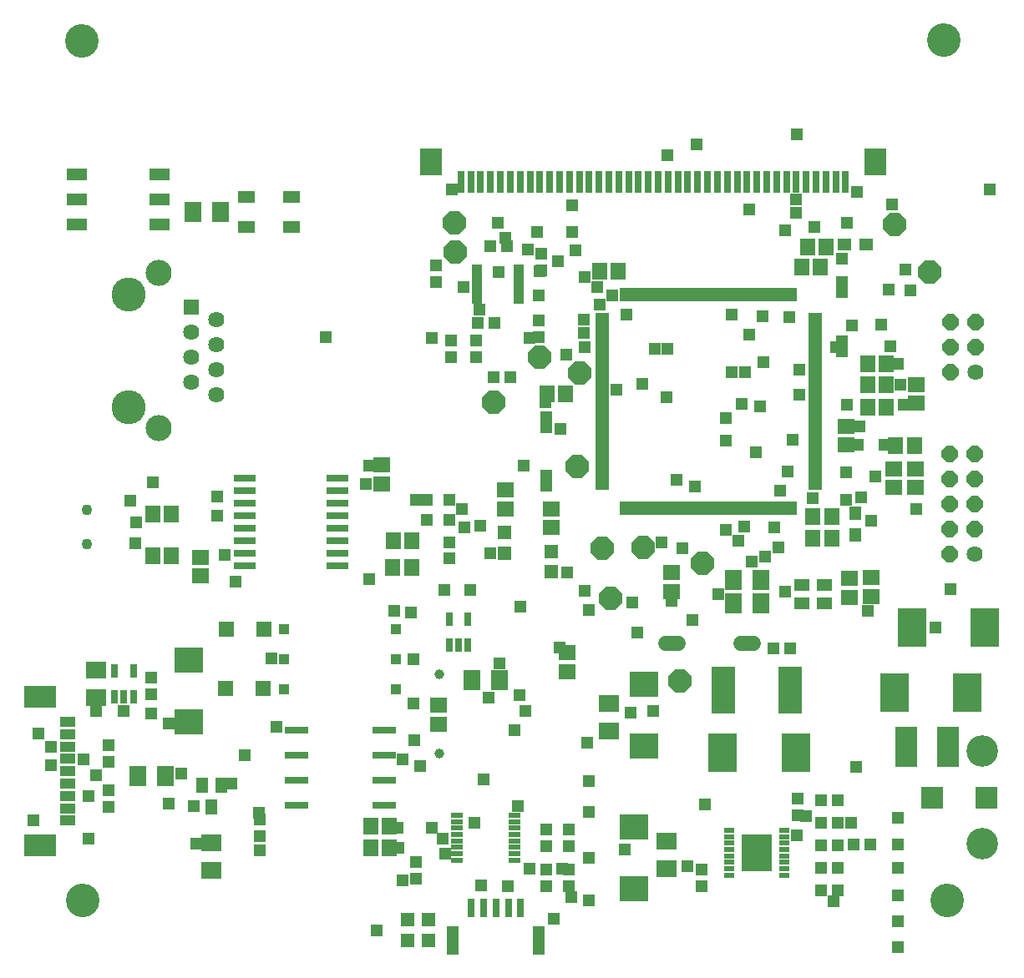
<source format=gts>
G75*
%MOIN*%
%OFA0B0*%
%FSLAX25Y25*%
%IPPOS*%
%LPD*%
%AMOC8*
5,1,8,0,0,1.08239X$1,22.5*
%
%ADD10R,0.06706X0.05918*%
%ADD11R,0.11824X0.10249*%
%ADD12R,0.04737X0.05131*%
%ADD13R,0.07099X0.07887*%
%ADD14R,0.07887X0.07099*%
%ADD15R,0.05131X0.04737*%
%ADD16C,0.06400*%
%ADD17OC8,0.06400*%
%ADD18R,0.06312X0.06312*%
%ADD19C,0.06000*%
%ADD20R,0.11824X0.15761*%
%ADD21R,0.08674X0.16154*%
%ADD22C,0.13398*%
%ADD23R,0.09461X0.03162*%
%ADD24R,0.12375X0.14894*%
%ADD25R,0.04331X0.01969*%
%ADD26R,0.04700X0.02000*%
%ADD27R,0.06400X0.06400*%
%ADD28C,0.10400*%
%ADD29C,0.13600*%
%ADD30R,0.09658X0.18517*%
%ADD31R,0.06706X0.04737*%
%ADD32R,0.08300X0.04800*%
%ADD33R,0.02965X0.05524*%
%ADD34R,0.04343X0.04343*%
%ADD35R,0.04737X0.06312*%
%ADD36R,0.04300X0.02001*%
%ADD37R,0.05918X0.03950*%
%ADD38R,0.12611X0.09068*%
%ADD39R,0.03162X0.07493*%
%ADD40R,0.04737X0.11430*%
%ADD41R,0.09068X0.09068*%
%ADD42C,0.12611*%
%ADD43R,0.05918X0.04934*%
%ADD44R,0.01981X0.05524*%
%ADD45R,0.05524X0.01981*%
%ADD46R,0.05524X0.05524*%
%ADD47R,0.05918X0.06706*%
%ADD48R,0.05524X0.04737*%
%ADD49R,0.04737X0.05524*%
%ADD50R,0.04737X0.08674*%
%ADD51R,0.04737X0.04737*%
%ADD52R,0.08600X0.03000*%
%ADD53C,0.04343*%
%ADD54R,0.03162X0.08674*%
%ADD55R,0.08674X0.10643*%
%ADD56C,0.03950*%
%ADD57OC8,0.09300*%
%ADD58R,0.04762X0.04762*%
D10*
X0073800Y0157510D03*
X0073800Y0164990D03*
X0146300Y0194260D03*
X0146300Y0201740D03*
X0195550Y0191740D03*
X0195550Y0184260D03*
X0213800Y0184240D03*
X0213800Y0176760D03*
X0261800Y0158740D03*
X0261800Y0151260D03*
X0220300Y0126740D03*
X0220300Y0119260D03*
X0168800Y0105740D03*
X0168800Y0098260D03*
X0332800Y0149010D03*
X0332800Y0156490D03*
X0341550Y0156740D03*
X0341550Y0149260D03*
X0350550Y0192760D03*
X0350550Y0200240D03*
X0359050Y0200240D03*
X0359050Y0192760D03*
X0331550Y0209760D03*
X0331550Y0217240D03*
X0359550Y0226510D03*
X0359550Y0233990D03*
D11*
X0250800Y0114402D03*
X0250800Y0089598D03*
X0246800Y0057402D03*
X0246800Y0032598D03*
X0069300Y0099098D03*
X0069300Y0123902D03*
D12*
X0054300Y0116846D03*
X0054300Y0110154D03*
X0097550Y0060096D03*
X0097550Y0053404D03*
X0159800Y0043346D03*
X0159800Y0036654D03*
X0211800Y0033654D03*
X0211800Y0040346D03*
X0220800Y0040346D03*
X0220800Y0033654D03*
X0220800Y0049654D03*
X0220800Y0056346D03*
X0211800Y0056346D03*
X0211800Y0049654D03*
X0273800Y0040346D03*
X0273800Y0033654D03*
X0312300Y0061904D03*
X0312300Y0068596D03*
X0321454Y0068000D03*
X0328146Y0068000D03*
X0328146Y0059000D03*
X0321454Y0059000D03*
X0334454Y0050250D03*
X0341146Y0050250D03*
X0197646Y0236750D03*
X0190954Y0236750D03*
X0208800Y0252904D03*
X0208800Y0259596D03*
X0191146Y0258500D03*
X0184454Y0258500D03*
X0189454Y0289250D03*
X0196146Y0289250D03*
X0209800Y0286096D03*
X0209800Y0279404D03*
D13*
X0286538Y0155750D03*
X0297562Y0155750D03*
X0297562Y0146500D03*
X0286538Y0146500D03*
X0193312Y0116000D03*
X0182288Y0116000D03*
X0059812Y0077500D03*
X0048788Y0077500D03*
X0070788Y0303000D03*
X0081812Y0303000D03*
D14*
X0032300Y0120012D03*
X0032300Y0108988D03*
X0078300Y0051012D03*
X0078300Y0039988D03*
X0236800Y0095488D03*
X0236800Y0106512D03*
X0259800Y0051512D03*
X0259800Y0040488D03*
D15*
X0321454Y0041000D03*
X0328146Y0041000D03*
X0328146Y0032000D03*
X0321454Y0032000D03*
X0321454Y0050000D03*
X0328146Y0050000D03*
X0309146Y0128500D03*
X0302454Y0128500D03*
X0183800Y0244904D03*
X0183800Y0251596D03*
X0173800Y0251596D03*
X0173800Y0244904D03*
X0167800Y0274904D03*
X0167800Y0281596D03*
X0037300Y0089846D03*
X0037300Y0083154D03*
X0037300Y0071846D03*
X0037300Y0065154D03*
D16*
X0080050Y0230000D03*
X0070050Y0235000D03*
X0070050Y0245000D03*
X0080050Y0240000D03*
X0080050Y0250000D03*
X0070050Y0255000D03*
X0080050Y0260000D03*
X0383050Y0239000D03*
X0382800Y0166250D03*
D17*
X0372800Y0166250D03*
X0372800Y0176250D03*
X0372800Y0186250D03*
X0382800Y0186250D03*
X0382800Y0176250D03*
X0382800Y0196250D03*
X0382800Y0206250D03*
X0372800Y0206250D03*
X0372800Y0196250D03*
X0373050Y0239000D03*
X0373050Y0249000D03*
X0383050Y0249000D03*
X0383050Y0259000D03*
X0373050Y0259000D03*
D18*
X0099030Y0136250D03*
X0084070Y0136250D03*
X0083820Y0112500D03*
X0098780Y0112500D03*
D19*
X0259450Y0130500D02*
X0264650Y0130500D01*
X0289450Y0130500D02*
X0294650Y0130500D01*
D20*
X0282233Y0087000D03*
X0311367Y0087000D03*
X0350733Y0111000D03*
X0357733Y0136750D03*
X0386867Y0136750D03*
X0379867Y0111000D03*
D21*
X0372282Y0089132D03*
X0355550Y0089132D03*
D22*
X0026800Y0028000D03*
X0026550Y0371250D03*
X0370550Y0371500D03*
X0371800Y0028000D03*
D23*
X0147300Y0066000D03*
X0147300Y0076000D03*
X0147300Y0086000D03*
X0147300Y0096000D03*
X0112300Y0096000D03*
X0112300Y0086000D03*
X0112300Y0076000D03*
X0112300Y0066000D03*
D24*
X0295800Y0047000D03*
D25*
X0284875Y0045720D03*
X0284875Y0043161D03*
X0284875Y0040602D03*
X0284875Y0038043D03*
X0284875Y0048280D03*
X0284875Y0050839D03*
X0284875Y0053398D03*
X0284875Y0055957D03*
X0306725Y0055957D03*
X0306725Y0053398D03*
X0306725Y0050839D03*
X0306725Y0048280D03*
X0306725Y0045720D03*
X0306725Y0043161D03*
X0306725Y0040602D03*
X0306725Y0038043D03*
D26*
X0199287Y0044043D03*
X0199287Y0046602D03*
X0199287Y0049161D03*
X0199287Y0051720D03*
X0199287Y0054280D03*
X0199287Y0056839D03*
X0199287Y0059398D03*
X0199287Y0061957D03*
X0176313Y0061957D03*
X0176313Y0059398D03*
X0176313Y0056839D03*
X0176313Y0054280D03*
X0176313Y0051720D03*
X0176313Y0049161D03*
X0176313Y0046602D03*
X0176313Y0044043D03*
D27*
X0070050Y0265000D03*
D28*
X0057050Y0278500D03*
X0057050Y0216500D03*
D29*
X0045050Y0225000D03*
X0045050Y0270000D03*
D30*
X0282481Y0112000D03*
X0309119Y0112000D03*
D31*
X0110300Y0296750D03*
X0110300Y0308750D03*
X0092300Y0308750D03*
X0092300Y0296750D03*
D32*
X0057550Y0298000D03*
X0057550Y0308000D03*
X0057550Y0318000D03*
X0024550Y0318000D03*
X0024550Y0308000D03*
X0024550Y0298000D03*
D33*
X0173060Y0140118D03*
X0180540Y0140118D03*
X0180540Y0129882D03*
X0176800Y0129882D03*
X0173060Y0129882D03*
X0047040Y0119618D03*
X0039560Y0119618D03*
X0039560Y0109382D03*
X0043300Y0109382D03*
X0047040Y0109382D03*
D34*
X0107267Y0112400D03*
X0107267Y0124250D03*
X0107306Y0136179D03*
X0151794Y0136179D03*
X0151755Y0124250D03*
X0151755Y0112321D03*
D35*
X0082040Y0073831D03*
X0074560Y0073831D03*
X0078300Y0065169D03*
D36*
X0184265Y0267250D03*
X0184265Y0269219D03*
X0184265Y0271187D03*
X0184265Y0273156D03*
X0184265Y0275124D03*
X0184265Y0277093D03*
X0184265Y0279061D03*
X0184265Y0281030D03*
X0200800Y0281030D03*
X0200800Y0279061D03*
X0200800Y0277093D03*
X0200800Y0275124D03*
X0200800Y0273156D03*
X0200800Y0271187D03*
X0200800Y0269219D03*
X0200800Y0267250D03*
D37*
X0020721Y0099185D03*
X0020721Y0094264D03*
X0020721Y0089343D03*
X0020721Y0084421D03*
X0020721Y0079500D03*
X0020721Y0074579D03*
X0020721Y0069657D03*
X0020721Y0064736D03*
X0020721Y0059815D03*
D38*
X0009894Y0049776D03*
X0009894Y0109224D03*
D39*
X0181957Y0024913D03*
X0186879Y0024913D03*
X0191800Y0024913D03*
X0196721Y0024913D03*
X0201643Y0024913D03*
D40*
X0208926Y0011921D03*
X0174674Y0011921D03*
D41*
X0365973Y0069000D03*
X0387627Y0069000D03*
D42*
X0385816Y0050496D03*
X0385816Y0087504D03*
D43*
X0322828Y0146608D03*
X0322828Y0153892D03*
X0313772Y0153892D03*
X0313772Y0146608D03*
D44*
X0310999Y0184730D03*
X0309030Y0184730D03*
X0307062Y0184730D03*
X0305093Y0184730D03*
X0303125Y0184730D03*
X0301156Y0184730D03*
X0299188Y0184730D03*
X0297219Y0184730D03*
X0295251Y0184730D03*
X0293282Y0184730D03*
X0291314Y0184730D03*
X0289345Y0184730D03*
X0287377Y0184730D03*
X0285408Y0184730D03*
X0283440Y0184730D03*
X0281471Y0184730D03*
X0279503Y0184730D03*
X0277534Y0184730D03*
X0275566Y0184730D03*
X0273597Y0184730D03*
X0271629Y0184730D03*
X0269660Y0184730D03*
X0267692Y0184730D03*
X0265723Y0184730D03*
X0263755Y0184730D03*
X0261786Y0184730D03*
X0259818Y0184730D03*
X0257849Y0184730D03*
X0255881Y0184730D03*
X0253912Y0184730D03*
X0251944Y0184730D03*
X0249975Y0184730D03*
X0248007Y0184730D03*
X0246038Y0184730D03*
X0244070Y0184730D03*
X0242101Y0184730D03*
X0242101Y0269770D03*
X0244070Y0269770D03*
X0246038Y0269770D03*
X0248007Y0269770D03*
X0249975Y0269770D03*
X0251944Y0269770D03*
X0253912Y0269770D03*
X0255881Y0269770D03*
X0257849Y0269770D03*
X0259818Y0269770D03*
X0261786Y0269770D03*
X0263755Y0269770D03*
X0265723Y0269770D03*
X0267692Y0269770D03*
X0269660Y0269770D03*
X0271629Y0269770D03*
X0273597Y0269770D03*
X0275566Y0269770D03*
X0277534Y0269770D03*
X0279503Y0269770D03*
X0281471Y0269770D03*
X0283440Y0269770D03*
X0285408Y0269770D03*
X0287377Y0269770D03*
X0289345Y0269770D03*
X0291314Y0269770D03*
X0293282Y0269770D03*
X0295251Y0269770D03*
X0297219Y0269770D03*
X0299188Y0269770D03*
X0301156Y0269770D03*
X0303125Y0269770D03*
X0305093Y0269770D03*
X0307062Y0269770D03*
X0309030Y0269770D03*
X0310999Y0269770D03*
D45*
X0319070Y0261699D03*
X0319070Y0259730D03*
X0319070Y0257762D03*
X0319070Y0255793D03*
X0319070Y0253825D03*
X0319070Y0251856D03*
X0319070Y0249888D03*
X0319070Y0247919D03*
X0319070Y0245951D03*
X0319070Y0243982D03*
X0319070Y0242014D03*
X0319070Y0240045D03*
X0319070Y0238077D03*
X0319070Y0236108D03*
X0319070Y0234140D03*
X0319070Y0232171D03*
X0319070Y0230203D03*
X0319070Y0228234D03*
X0319070Y0226266D03*
X0319070Y0224297D03*
X0319070Y0222329D03*
X0319070Y0220360D03*
X0319070Y0218392D03*
X0319070Y0216423D03*
X0319070Y0214455D03*
X0319070Y0212486D03*
X0319070Y0210518D03*
X0319070Y0208549D03*
X0319070Y0206581D03*
X0319070Y0204612D03*
X0319070Y0202644D03*
X0319070Y0200675D03*
X0319070Y0198707D03*
X0319070Y0196738D03*
X0319070Y0194770D03*
X0319070Y0192801D03*
X0234030Y0192801D03*
X0234030Y0194770D03*
X0234030Y0196738D03*
X0234030Y0198707D03*
X0234030Y0200675D03*
X0234030Y0202644D03*
X0234030Y0204612D03*
X0234030Y0206581D03*
X0234030Y0208549D03*
X0234030Y0210518D03*
X0234030Y0212486D03*
X0234030Y0214455D03*
X0234030Y0216423D03*
X0234030Y0218392D03*
X0234030Y0220360D03*
X0234030Y0222329D03*
X0234030Y0224297D03*
X0234030Y0226266D03*
X0234030Y0228234D03*
X0234030Y0230203D03*
X0234030Y0232171D03*
X0234030Y0234140D03*
X0234030Y0236108D03*
X0234030Y0238077D03*
X0234030Y0240045D03*
X0234030Y0242014D03*
X0234030Y0243982D03*
X0234030Y0245951D03*
X0234030Y0247919D03*
X0234030Y0249888D03*
X0234030Y0251856D03*
X0234030Y0253825D03*
X0234030Y0255793D03*
X0234030Y0257762D03*
X0234030Y0259730D03*
X0234030Y0261699D03*
D46*
X0195300Y0174884D03*
X0195300Y0166616D03*
X0213800Y0167384D03*
X0213800Y0159116D03*
X0164800Y0020134D03*
X0156550Y0020134D03*
X0156550Y0011866D03*
X0164800Y0011866D03*
D47*
X0149290Y0049000D03*
X0141810Y0049000D03*
X0141810Y0057500D03*
X0149290Y0057500D03*
X0150560Y0161000D03*
X0158040Y0161000D03*
X0158290Y0171500D03*
X0150810Y0171500D03*
X0212060Y0230250D03*
X0219540Y0230250D03*
X0233060Y0279250D03*
X0240540Y0279250D03*
X0313810Y0280750D03*
X0321290Y0280750D03*
X0323540Y0288750D03*
X0316060Y0288750D03*
X0340060Y0242250D03*
X0347540Y0242250D03*
X0347540Y0233750D03*
X0340060Y0233750D03*
X0340060Y0225000D03*
X0347540Y0225000D03*
X0351310Y0209500D03*
X0358790Y0209500D03*
X0325790Y0181250D03*
X0318310Y0181250D03*
X0318310Y0172500D03*
X0325790Y0172500D03*
X0062290Y0165500D03*
X0054810Y0165500D03*
X0054810Y0182250D03*
X0062290Y0182250D03*
D48*
X0330969Y0290000D03*
X0339631Y0290000D03*
D49*
X0335300Y0182581D03*
X0335300Y0173919D03*
D50*
X0329800Y0249189D03*
X0329800Y0272811D03*
X0211800Y0219061D03*
X0211800Y0195439D03*
D51*
X0173050Y0187937D03*
X0173050Y0180063D03*
X0164300Y0180063D03*
X0164300Y0187937D03*
D52*
X0128550Y0186500D03*
X0128550Y0181500D03*
X0128550Y0176500D03*
X0128550Y0171500D03*
X0128550Y0166500D03*
X0128550Y0161500D03*
X0128550Y0191500D03*
X0128550Y0196500D03*
X0091550Y0196500D03*
X0091550Y0191500D03*
X0091550Y0186500D03*
X0091550Y0181500D03*
X0091550Y0176500D03*
X0091550Y0171500D03*
X0091550Y0166500D03*
X0091550Y0161500D03*
D53*
X0028550Y0170110D03*
X0028550Y0183890D03*
D54*
X0177800Y0315000D03*
X0181737Y0315000D03*
X0185674Y0315000D03*
X0189611Y0315000D03*
X0193548Y0315000D03*
X0197485Y0315000D03*
X0201422Y0315000D03*
X0205359Y0315000D03*
X0209296Y0315000D03*
X0213233Y0315000D03*
X0217170Y0315000D03*
X0221107Y0315000D03*
X0225044Y0315000D03*
X0228981Y0315000D03*
X0232918Y0315000D03*
X0236855Y0315000D03*
X0240792Y0315000D03*
X0244729Y0315000D03*
X0248666Y0315000D03*
X0252603Y0315000D03*
X0256540Y0315000D03*
X0260477Y0315000D03*
X0264414Y0315000D03*
X0268351Y0315000D03*
X0272288Y0315000D03*
X0276225Y0315000D03*
X0280162Y0315000D03*
X0284099Y0315000D03*
X0288036Y0315000D03*
X0291973Y0315000D03*
X0295910Y0315000D03*
X0299847Y0315000D03*
X0303784Y0315000D03*
X0307721Y0315000D03*
X0311658Y0315000D03*
X0315595Y0315000D03*
X0319532Y0315000D03*
X0323469Y0315000D03*
X0327406Y0315000D03*
X0331343Y0315000D03*
D55*
X0343154Y0322874D03*
X0165989Y0322874D03*
D56*
X0169068Y0118073D03*
X0169068Y0086577D03*
D57*
X0237550Y0148500D03*
X0234300Y0168500D03*
X0250550Y0168750D03*
X0274050Y0162500D03*
X0265300Y0115500D03*
X0224050Y0201250D03*
X0190800Y0227000D03*
X0209300Y0244750D03*
X0225050Y0238500D03*
X0175550Y0287000D03*
X0175300Y0298500D03*
X0350800Y0298000D03*
X0364800Y0279000D03*
D58*
X0355300Y0279750D03*
X0357050Y0271500D03*
X0348550Y0272000D03*
X0345550Y0257750D03*
X0349300Y0249250D03*
X0352300Y0242250D03*
X0353050Y0233750D03*
X0354550Y0225750D03*
X0358800Y0209500D03*
X0346800Y0209750D03*
X0336050Y0209750D03*
X0336800Y0217240D03*
X0331800Y0225750D03*
X0312800Y0230000D03*
X0312800Y0239750D03*
X0298550Y0243000D03*
X0291300Y0238750D03*
X0285800Y0239000D03*
X0292800Y0253750D03*
X0298050Y0261250D03*
X0308800Y0260750D03*
X0327550Y0249000D03*
X0333800Y0257500D03*
X0329800Y0284250D03*
X0318800Y0297000D03*
X0311550Y0302500D03*
X0311550Y0307750D03*
X0307050Y0295500D03*
X0292800Y0304000D03*
X0271800Y0329750D03*
X0260300Y0325500D03*
X0222300Y0305500D03*
X0222050Y0295000D03*
X0223550Y0287500D03*
X0216550Y0283250D03*
X0209050Y0279250D03*
X0204550Y0287750D03*
X0208050Y0295000D03*
X0195550Y0292500D03*
X0192550Y0298500D03*
X0174050Y0311750D03*
X0192800Y0279000D03*
X0178800Y0272750D03*
X0185300Y0263750D03*
X0166300Y0252500D03*
X0205050Y0252500D03*
X0219800Y0245750D03*
X0227300Y0249000D03*
X0226800Y0254500D03*
X0226800Y0259750D03*
X0233050Y0265750D03*
X0238300Y0269500D03*
X0232300Y0273000D03*
X0227050Y0276750D03*
X0233050Y0279500D03*
X0243800Y0261750D03*
X0255050Y0248250D03*
X0260300Y0248250D03*
X0250050Y0234250D03*
X0259800Y0228750D03*
X0239800Y0232000D03*
X0217550Y0216250D03*
X0211550Y0226750D03*
X0202800Y0201500D03*
X0185550Y0177500D03*
X0179300Y0176750D03*
X0178300Y0184250D03*
X0173300Y0170750D03*
X0173050Y0164500D03*
X0171050Y0151750D03*
X0181550Y0151750D03*
X0189550Y0166500D03*
X0201550Y0145250D03*
X0217050Y0128750D03*
X0228800Y0143750D03*
X0227050Y0151500D03*
X0220050Y0159000D03*
X0246300Y0146750D03*
X0248300Y0135000D03*
X0261800Y0147500D03*
X0270050Y0140000D03*
X0280550Y0150250D03*
X0293800Y0163250D03*
X0299050Y0165250D03*
X0304550Y0169000D03*
X0302800Y0176750D03*
X0290800Y0177250D03*
X0288550Y0171500D03*
X0283550Y0175750D03*
X0266300Y0168500D03*
X0257800Y0170750D03*
X0271300Y0193250D03*
X0263800Y0196000D03*
X0283550Y0211500D03*
X0283550Y0220500D03*
X0289800Y0226250D03*
X0297050Y0225250D03*
X0310300Y0211750D03*
X0308300Y0199250D03*
X0305050Y0191500D03*
X0318300Y0188500D03*
X0331550Y0188000D03*
X0337550Y0189000D03*
X0343050Y0197250D03*
X0349550Y0193250D03*
X0359550Y0184250D03*
X0341550Y0179500D03*
X0331550Y0199000D03*
X0295550Y0207000D03*
X0285800Y0261750D03*
X0331800Y0298500D03*
X0335800Y0311000D03*
X0349800Y0305750D03*
X0311800Y0333750D03*
X0388800Y0311750D03*
X0373050Y0152250D03*
X0367050Y0137000D03*
X0340050Y0143500D03*
X0307050Y0151250D03*
X0254550Y0103500D03*
X0245550Y0102750D03*
X0228050Y0090750D03*
X0228800Y0075500D03*
X0228800Y0063250D03*
X0228800Y0045000D03*
X0218050Y0040500D03*
X0221800Y0029250D03*
X0228800Y0028000D03*
X0214800Y0020500D03*
X0205300Y0040500D03*
X0196550Y0033500D03*
X0185800Y0034000D03*
X0171550Y0046500D03*
X0170550Y0052500D03*
X0166050Y0056750D03*
X0152550Y0057000D03*
X0152800Y0049000D03*
X0154550Y0036000D03*
X0144300Y0015750D03*
X0097550Y0048000D03*
X0097050Y0063000D03*
X0086300Y0074500D03*
X0091550Y0085750D03*
X0104300Y0097250D03*
X0102050Y0124500D03*
X0087800Y0155250D03*
X0083550Y0165750D03*
X0080550Y0181500D03*
X0080550Y0189250D03*
X0054800Y0194750D03*
X0045800Y0187500D03*
X0048050Y0178750D03*
X0047800Y0170500D03*
X0043300Y0103500D03*
X0032300Y0103500D03*
X0027300Y0084250D03*
X0032300Y0077750D03*
X0029300Y0069500D03*
X0029300Y0052500D03*
X0007050Y0059750D03*
X0014050Y0081750D03*
X0014050Y0089250D03*
X0009050Y0094500D03*
X0054300Y0102500D03*
X0061300Y0098500D03*
X0066300Y0078500D03*
X0061300Y0066500D03*
X0071300Y0065500D03*
X0072300Y0050500D03*
X0154550Y0084250D03*
X0161550Y0081500D03*
X0159050Y0092000D03*
X0158800Y0106500D03*
X0158800Y0124250D03*
X0157800Y0142750D03*
X0151050Y0143500D03*
X0141050Y0156250D03*
X0159800Y0188000D03*
X0139800Y0194250D03*
X0141050Y0201500D03*
X0123800Y0252750D03*
X0208800Y0269500D03*
X0193300Y0122500D03*
X0188800Y0109000D03*
X0201050Y0110000D03*
X0203425Y0103625D03*
X0199050Y0095750D03*
X0186800Y0076250D03*
X0200550Y0065500D03*
X0183050Y0058750D03*
X0243050Y0048250D03*
X0268050Y0041500D03*
X0292050Y0042000D03*
X0295800Y0047000D03*
X0299550Y0042000D03*
X0299550Y0052000D03*
X0292050Y0052000D03*
X0275300Y0066250D03*
X0311800Y0053750D03*
X0315550Y0061500D03*
X0333550Y0059000D03*
X0352300Y0060750D03*
X0352300Y0050250D03*
X0352300Y0041000D03*
X0352300Y0029750D03*
X0352300Y0019500D03*
X0352300Y0009250D03*
X0326550Y0027500D03*
X0335550Y0081250D03*
M02*

</source>
